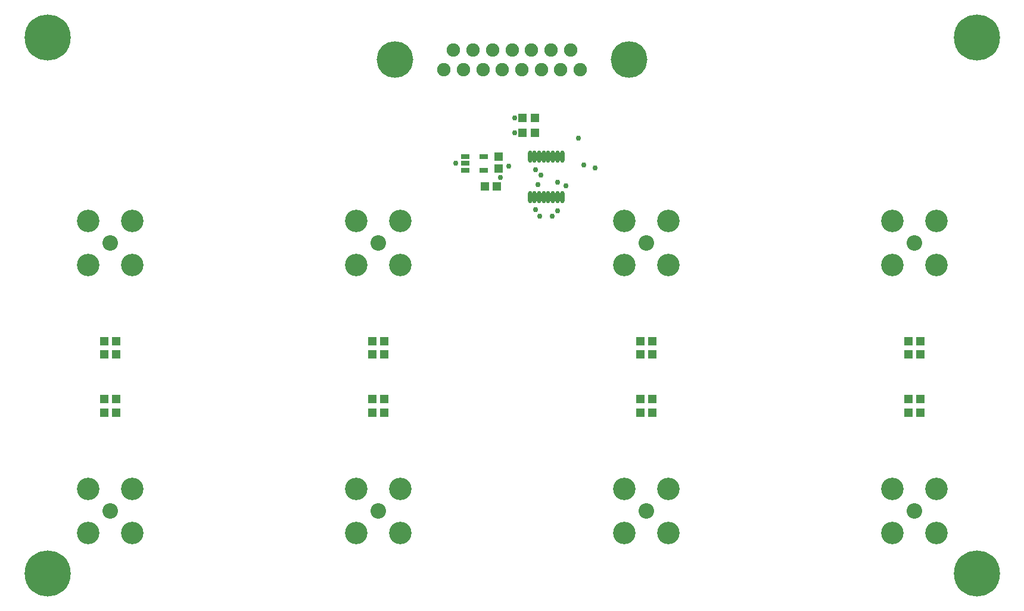
<source format=gts>
G04*
G04 #@! TF.GenerationSoftware,Altium Limited,Altium Designer,18.1.9 (240)*
G04*
G04 Layer_Color=8388736*
%FSLAX25Y25*%
%MOIN*%
G70*
G01*
G75*
%ADD20O,0.02572X0.06706*%
%ADD21R,0.05131X0.03162*%
%ADD22R,0.04540X0.04540*%
%ADD23R,0.04540X0.04540*%
%ADD24C,0.08674*%
%ADD25C,0.12611*%
%ADD26C,0.25800*%
%ADD27C,0.20485*%
%ADD28C,0.07493*%
%ADD29C,0.03000*%
D20*
X412957Y358417D02*
D03*
X410398D02*
D03*
X407839D02*
D03*
X405279D02*
D03*
X402720D02*
D03*
X400161D02*
D03*
X397602D02*
D03*
X395043D02*
D03*
X412957Y335583D02*
D03*
X410398D02*
D03*
X407839D02*
D03*
X405279D02*
D03*
X402720D02*
D03*
X400161D02*
D03*
X397602D02*
D03*
X395043D02*
D03*
D21*
X358882Y358240D02*
D03*
Y354500D02*
D03*
Y350760D02*
D03*
X369118D02*
D03*
Y358240D02*
D03*
D22*
X606653Y222500D02*
D03*
X613346D02*
D03*
X456653D02*
D03*
X463346D02*
D03*
X306653D02*
D03*
X313347D02*
D03*
X156653D02*
D03*
X163347D02*
D03*
X606653Y247500D02*
D03*
X613346D02*
D03*
X456653D02*
D03*
X463346D02*
D03*
X306653D02*
D03*
X313347D02*
D03*
X156653D02*
D03*
X163347D02*
D03*
X613346Y215000D02*
D03*
X606653D02*
D03*
X463346D02*
D03*
X456653D02*
D03*
X313347D02*
D03*
X306653D02*
D03*
X163347D02*
D03*
X156653D02*
D03*
X613346Y255000D02*
D03*
X606653D02*
D03*
X463346D02*
D03*
X456653D02*
D03*
X313347D02*
D03*
X306653D02*
D03*
X163347D02*
D03*
X156653D02*
D03*
X397630Y371500D02*
D03*
X390937D02*
D03*
X397630Y380000D02*
D03*
X390937D02*
D03*
X376346Y341500D02*
D03*
X369654D02*
D03*
D23*
X377500Y351654D02*
D03*
Y358347D02*
D03*
D24*
X610000Y160000D02*
D03*
X460000D02*
D03*
X310000D02*
D03*
X160000D02*
D03*
X610000Y310000D02*
D03*
X460000D02*
D03*
X310000D02*
D03*
X160000D02*
D03*
D25*
X597677Y172323D02*
D03*
X622323D02*
D03*
Y147677D02*
D03*
X597677D02*
D03*
X447677Y172323D02*
D03*
X472323D02*
D03*
Y147677D02*
D03*
X447677D02*
D03*
X297677Y172323D02*
D03*
X322323D02*
D03*
Y147677D02*
D03*
X297677D02*
D03*
X147677Y172323D02*
D03*
X172323D02*
D03*
Y147677D02*
D03*
X147677D02*
D03*
X597677Y322323D02*
D03*
X622323D02*
D03*
Y297677D02*
D03*
X597677D02*
D03*
X447677Y322323D02*
D03*
X472323D02*
D03*
Y297677D02*
D03*
X447677D02*
D03*
X297677Y322323D02*
D03*
X322323D02*
D03*
Y297677D02*
D03*
X297677D02*
D03*
X147677Y322323D02*
D03*
X172323D02*
D03*
Y297677D02*
D03*
X147677D02*
D03*
D26*
X645000Y425000D02*
D03*
Y125000D02*
D03*
X125000Y425000D02*
D03*
Y125000D02*
D03*
D27*
X450551Y412500D02*
D03*
X319449D02*
D03*
D28*
X346831Y406910D02*
D03*
X357736D02*
D03*
X368642D02*
D03*
X379547D02*
D03*
X423169D02*
D03*
X412264D02*
D03*
X401358D02*
D03*
X390453D02*
D03*
X395905Y418090D02*
D03*
X406811D02*
D03*
X417717D02*
D03*
X385000D02*
D03*
X374095D02*
D03*
X363189D02*
D03*
X352283D02*
D03*
D29*
X425000Y353500D02*
D03*
X431500Y352000D02*
D03*
X415000Y342035D02*
D03*
X407500Y325000D02*
D03*
X400500D02*
D03*
X410398Y328000D02*
D03*
X398000Y328500D02*
D03*
X401000Y348000D02*
D03*
X398000Y351000D02*
D03*
X399500Y342500D02*
D03*
X422000Y368500D02*
D03*
X410398Y343898D02*
D03*
X386500Y371500D02*
D03*
Y380000D02*
D03*
X353500Y354500D02*
D03*
X378394Y346500D02*
D03*
X383000Y353000D02*
D03*
M02*

</source>
